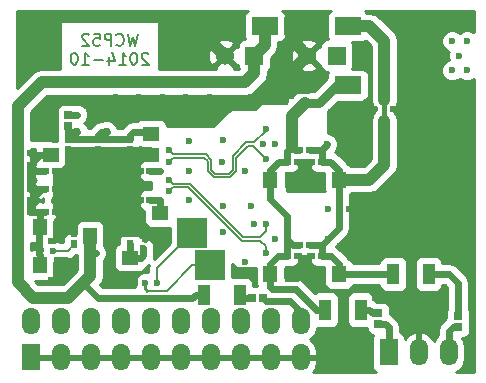
<source format=gbl>
%FSLAX46Y46*%
G04 Gerber Fmt 4.6, Leading zero omitted, Abs format (unit mm)*
G04 Created by KiCad (PCBNEW (2014-10-29 BZR 5235)-product) date 10/30/2014 4:03:03 PM*
%MOMM*%
G01*
G04 APERTURE LIST*
%ADD10C,0.100000*%
%ADD11C,0.200000*%
%ADD12R,1.050000X1.800000*%
%ADD13R,1.524000X1.524000*%
%ADD14C,1.524000*%
%ADD15R,2.300000X1.500000*%
%ADD16R,1.524000X2.286000*%
%ADD17O,1.524000X2.286000*%
%ADD18R,0.650000X0.600000*%
%ADD19R,0.600000X0.650000*%
%ADD20R,1.150000X1.450000*%
%ADD21R,1.450000X1.150000*%
%ADD22R,0.700000X0.650000*%
%ADD23R,0.650000X0.700000*%
%ADD24R,2.500000X2.500000*%
%ADD25C,0.600000*%
%ADD26C,0.600000*%
%ADD27C,1.000000*%
%ADD28C,0.500000*%
%ADD29C,0.599999*%
%ADD30C,0.800000*%
%ADD31C,0.400000*%
%ADD32C,0.141500*%
%ADD33C,0.250000*%
%ADD34C,0.254000*%
G04 APERTURE END LIST*
D10*
D11*
X156380952Y-70652381D02*
X156142857Y-71652381D01*
X155952380Y-70938095D01*
X155761904Y-71652381D01*
X155523809Y-70652381D01*
X154571428Y-71557143D02*
X154619047Y-71604762D01*
X154761904Y-71652381D01*
X154857142Y-71652381D01*
X155000000Y-71604762D01*
X155095238Y-71509524D01*
X155142857Y-71414286D01*
X155190476Y-71223810D01*
X155190476Y-71080952D01*
X155142857Y-70890476D01*
X155095238Y-70795238D01*
X155000000Y-70700000D01*
X154857142Y-70652381D01*
X154761904Y-70652381D01*
X154619047Y-70700000D01*
X154571428Y-70747619D01*
X154142857Y-71652381D02*
X154142857Y-70652381D01*
X153761904Y-70652381D01*
X153666666Y-70700000D01*
X153619047Y-70747619D01*
X153571428Y-70842857D01*
X153571428Y-70985714D01*
X153619047Y-71080952D01*
X153666666Y-71128571D01*
X153761904Y-71176190D01*
X154142857Y-71176190D01*
X152666666Y-70652381D02*
X153142857Y-70652381D01*
X153190476Y-71128571D01*
X153142857Y-71080952D01*
X153047619Y-71033333D01*
X152809523Y-71033333D01*
X152714285Y-71080952D01*
X152666666Y-71128571D01*
X152619047Y-71223810D01*
X152619047Y-71461905D01*
X152666666Y-71557143D01*
X152714285Y-71604762D01*
X152809523Y-71652381D01*
X153047619Y-71652381D01*
X153142857Y-71604762D01*
X153190476Y-71557143D01*
X152238095Y-70747619D02*
X152190476Y-70700000D01*
X152095238Y-70652381D01*
X151857142Y-70652381D01*
X151761904Y-70700000D01*
X151714285Y-70747619D01*
X151666666Y-70842857D01*
X151666666Y-70938095D01*
X151714285Y-71080952D01*
X152285714Y-71652381D01*
X151666666Y-71652381D01*
X157285714Y-72347619D02*
X157238095Y-72300000D01*
X157142857Y-72252381D01*
X156904761Y-72252381D01*
X156809523Y-72300000D01*
X156761904Y-72347619D01*
X156714285Y-72442857D01*
X156714285Y-72538095D01*
X156761904Y-72680952D01*
X157333333Y-73252381D01*
X156714285Y-73252381D01*
X156095238Y-72252381D02*
X155999999Y-72252381D01*
X155904761Y-72300000D01*
X155857142Y-72347619D01*
X155809523Y-72442857D01*
X155761904Y-72633333D01*
X155761904Y-72871429D01*
X155809523Y-73061905D01*
X155857142Y-73157143D01*
X155904761Y-73204762D01*
X155999999Y-73252381D01*
X156095238Y-73252381D01*
X156190476Y-73204762D01*
X156238095Y-73157143D01*
X156285714Y-73061905D01*
X156333333Y-72871429D01*
X156333333Y-72633333D01*
X156285714Y-72442857D01*
X156238095Y-72347619D01*
X156190476Y-72300000D01*
X156095238Y-72252381D01*
X154809523Y-73252381D02*
X155380952Y-73252381D01*
X155095238Y-73252381D02*
X155095238Y-72252381D01*
X155190476Y-72395238D01*
X155285714Y-72490476D01*
X155380952Y-72538095D01*
X153952380Y-72585714D02*
X153952380Y-73252381D01*
X154190476Y-72204762D02*
X154428571Y-72919048D01*
X153809523Y-72919048D01*
X153428571Y-72871429D02*
X152666666Y-72871429D01*
X151666666Y-73252381D02*
X152238095Y-73252381D01*
X151952381Y-73252381D02*
X151952381Y-72252381D01*
X152047619Y-72395238D01*
X152142857Y-72490476D01*
X152238095Y-72538095D01*
X151047619Y-72252381D02*
X150952380Y-72252381D01*
X150857142Y-72300000D01*
X150809523Y-72347619D01*
X150761904Y-72442857D01*
X150714285Y-72633333D01*
X150714285Y-72871429D01*
X150761904Y-73061905D01*
X150809523Y-73157143D01*
X150857142Y-73204762D01*
X150952380Y-73252381D01*
X151047619Y-73252381D01*
X151142857Y-73204762D01*
X151190476Y-73157143D01*
X151238095Y-73061905D01*
X151285714Y-72871429D01*
X151285714Y-72633333D01*
X151238095Y-72442857D01*
X151190476Y-72347619D01*
X151142857Y-72300000D01*
X151047619Y-72252381D01*
D12*
X165000000Y-92750000D03*
X162000000Y-92750000D03*
D13*
X173249680Y-72500000D03*
D14*
X170750320Y-72500000D03*
D15*
X169850000Y-70000000D03*
X174150000Y-70000000D03*
D16*
X177640000Y-97630000D03*
D17*
X180180000Y-97630000D03*
X182720000Y-97630000D03*
X160020000Y-94996000D03*
X162560000Y-94996000D03*
X165100000Y-94996000D03*
X167640000Y-94996000D03*
X167640000Y-98044000D03*
X165100000Y-98044000D03*
X162560000Y-98044000D03*
X160020000Y-98044000D03*
X170180000Y-98044000D03*
X170180000Y-94996000D03*
X157480000Y-94996000D03*
X157480000Y-98044000D03*
D16*
X147320000Y-98044000D03*
D17*
X149860000Y-98044000D03*
X152400000Y-98044000D03*
X154940000Y-98044000D03*
X154940000Y-94996000D03*
X152400000Y-94996000D03*
X149860000Y-94996000D03*
X147320000Y-94996000D03*
D13*
X166249680Y-72500000D03*
D14*
X163750320Y-72500000D03*
D18*
X148550000Y-85750000D03*
X149450000Y-85750000D03*
X148550000Y-83750000D03*
X149450000Y-83750000D03*
X148550000Y-82250000D03*
X149450000Y-82250000D03*
D19*
X150500000Y-79550000D03*
X150500000Y-80450000D03*
X153000000Y-79550000D03*
X153000000Y-80450000D03*
X155750000Y-79550000D03*
X155750000Y-80450000D03*
D18*
X157450000Y-82250000D03*
X156550000Y-82250000D03*
D19*
X151000000Y-88450000D03*
X151000000Y-87550000D03*
D18*
X157450000Y-84750000D03*
X156550000Y-84750000D03*
D19*
X155750000Y-88450000D03*
X155750000Y-87550000D03*
D20*
X148100000Y-87000000D03*
X149900000Y-87000000D03*
D21*
X149000000Y-80900000D03*
X149000000Y-79100000D03*
X155750000Y-89600000D03*
X155750000Y-91400000D03*
X157500000Y-79100000D03*
X157500000Y-80900000D03*
D20*
X152350000Y-87750000D03*
X154150000Y-87750000D03*
D21*
X158250000Y-85850000D03*
X158250000Y-87650000D03*
D20*
X148100000Y-90250000D03*
X149900000Y-90250000D03*
D18*
X170050000Y-80500000D03*
X170950000Y-80500000D03*
X169050000Y-81500000D03*
X169950000Y-81500000D03*
X171050000Y-81500000D03*
X171950000Y-81500000D03*
D20*
X167600000Y-83000000D03*
X169400000Y-83000000D03*
D18*
X170050000Y-88500000D03*
X170950000Y-88500000D03*
X169050000Y-89500000D03*
X169950000Y-89500000D03*
X171050000Y-89500000D03*
X171950000Y-89500000D03*
D20*
X167600000Y-91000000D03*
X169400000Y-91000000D03*
D22*
X150500000Y-78450000D03*
X150500000Y-77550000D03*
X176750000Y-94300000D03*
X176750000Y-95200000D03*
X183500000Y-94550000D03*
X183500000Y-95450000D03*
D23*
X166050000Y-93000000D03*
X166950000Y-93000000D03*
D24*
X161000000Y-87500000D03*
X162500000Y-90250000D03*
D20*
X171600000Y-83000000D03*
X173400000Y-83000000D03*
X171600000Y-91000000D03*
X173400000Y-91000000D03*
D15*
X167150000Y-70000000D03*
X162850000Y-70000000D03*
X174150000Y-75000000D03*
X169850000Y-75000000D03*
D12*
X175250000Y-94000000D03*
X172250000Y-94000000D03*
X181000000Y-91000000D03*
X178000000Y-91000000D03*
D25*
X179000000Y-71000000D03*
X181000000Y-71000000D03*
X181000000Y-70000000D03*
X179000000Y-70000000D03*
X155000000Y-69500000D03*
X152500000Y-69500000D03*
X184000000Y-77500000D03*
X184000000Y-79000000D03*
X184000000Y-80500000D03*
X184000000Y-82000000D03*
X184000000Y-83500000D03*
X184000000Y-85000000D03*
X184000000Y-86500000D03*
X184000000Y-88000000D03*
X184000000Y-89500000D03*
X165500000Y-91000000D03*
X165500000Y-90000000D03*
X149000000Y-88200000D03*
X170500000Y-83750000D03*
X151000000Y-84000000D03*
X153000000Y-82000000D03*
X148000000Y-79000000D03*
X166250000Y-86750000D03*
X182500000Y-93000000D03*
X181000000Y-93000000D03*
X179500000Y-93000000D03*
X178000000Y-93000000D03*
X176500000Y-93000000D03*
X182500000Y-77000000D03*
X181000000Y-77000000D03*
X179500000Y-77000000D03*
X178000000Y-77000000D03*
X176500000Y-77000000D03*
X182500000Y-85000000D03*
X181000000Y-85000000D03*
X179500000Y-85000000D03*
X178000000Y-85000000D03*
X176500000Y-85000000D03*
X151000000Y-82000000D03*
X155000000Y-82000000D03*
X153000000Y-84000000D03*
X151000000Y-86000000D03*
X153000000Y-86000000D03*
X155000000Y-86000000D03*
X155000000Y-84000000D03*
X152000000Y-83000000D03*
X154000000Y-83000000D03*
X152000000Y-85000000D03*
X154000000Y-85000000D03*
X157000000Y-88000000D03*
X170500000Y-91400000D03*
X172500000Y-85500000D03*
X174250000Y-85500000D03*
X172750000Y-77500000D03*
X174000000Y-77500000D03*
X175250000Y-77500000D03*
X150250000Y-69500000D03*
X157750000Y-69500000D03*
X149000000Y-91500000D03*
X162500000Y-78000000D03*
X160500000Y-78000000D03*
X162500000Y-76000000D03*
X154500000Y-76000000D03*
X156500000Y-76000000D03*
X158500000Y-76000000D03*
X160500000Y-76000000D03*
X153750000Y-77500000D03*
X163600000Y-87400000D03*
X163600000Y-79600000D03*
X167000000Y-80000000D03*
X152850021Y-89225114D03*
X149200000Y-89000000D03*
X151250000Y-77500000D03*
X183000000Y-71250000D03*
X184250000Y-71250000D03*
X183600000Y-72500000D03*
X183000000Y-73750000D03*
X184250000Y-73750000D03*
X156854438Y-88808537D03*
X169400000Y-80200000D03*
X169400000Y-80200000D03*
X169250000Y-88250000D03*
X172400000Y-80000000D03*
X172500000Y-88000000D03*
X159000000Y-84000000D03*
X167250000Y-89250000D03*
X159000000Y-83000000D03*
X167250000Y-86750000D03*
X159000000Y-81500000D03*
X167250000Y-81250000D03*
X167250000Y-81250000D03*
X159000000Y-80500000D03*
X167250000Y-78750000D03*
X167250000Y-78750000D03*
X158250000Y-82250000D03*
X153760729Y-78899998D03*
X151250000Y-78899998D03*
X148000000Y-89250000D03*
X158250000Y-84750000D03*
X156500000Y-79000000D03*
X147750000Y-81250000D03*
X147250000Y-81750000D03*
X147250000Y-82750000D03*
X147250000Y-83750000D03*
X147750000Y-84250000D03*
X147250000Y-84750000D03*
X147250000Y-85750000D03*
X147250000Y-80750000D03*
X160700000Y-82248955D03*
X160750000Y-84750000D03*
X160750000Y-79750000D03*
X168000000Y-79999151D03*
X168000000Y-88000846D03*
X166000000Y-85250000D03*
X163600000Y-85200000D03*
X165500000Y-82250000D03*
X163500000Y-81500000D03*
X158000000Y-91750000D03*
X157000000Y-91750000D03*
D26*
X149450000Y-82250000D02*
X150750000Y-82250000D01*
X150750000Y-82250000D02*
X151000000Y-82000000D01*
D27*
X170750320Y-72500000D02*
X169850000Y-73400320D01*
X169850000Y-73400320D02*
X169850000Y-75000000D01*
X169850000Y-70000000D02*
X169850000Y-71599680D01*
X169850000Y-71599680D02*
X170750320Y-72500000D01*
X162850000Y-70000000D02*
X162850000Y-71599680D01*
X162850000Y-71599680D02*
X163750320Y-72500000D01*
D28*
X149400000Y-88200000D02*
X149900000Y-87700000D01*
X149900000Y-87700000D02*
X149900000Y-87000000D01*
X149000000Y-88200000D02*
X149400000Y-88200000D01*
D26*
X170500000Y-81500000D02*
X170500000Y-83000000D01*
X170500000Y-83000000D02*
X170500000Y-83750000D01*
X149450000Y-83750000D02*
X150750000Y-83750000D01*
X150750000Y-83750000D02*
X151000000Y-84000000D01*
X155750000Y-80450000D02*
X155750000Y-81250000D01*
X155750000Y-81250000D02*
X155000000Y-82000000D01*
X153000000Y-80450000D02*
X153000000Y-82000000D01*
X149000000Y-79100000D02*
X148100000Y-79100000D01*
X148100000Y-79100000D02*
X148000000Y-79000000D01*
X156550000Y-82250000D02*
X155250000Y-82250000D01*
X155250000Y-82250000D02*
X155000000Y-82000000D01*
X156550000Y-84750000D02*
X155750000Y-84750000D01*
X155750000Y-84750000D02*
X155000000Y-84000000D01*
X156650000Y-87650000D02*
X156550000Y-87550000D01*
X156550000Y-87550000D02*
X155750000Y-87550000D01*
X158250000Y-87650000D02*
X156650000Y-87650000D01*
X158250000Y-87650000D02*
X157350000Y-87650000D01*
X157350000Y-87650000D02*
X157000000Y-88000000D01*
X155750000Y-87550000D02*
X154350000Y-87550000D01*
X154350000Y-87550000D02*
X154150000Y-87750000D01*
X154500000Y-86000000D02*
X154150000Y-86350000D01*
X154150000Y-86350000D02*
X154150000Y-87750000D01*
X155000000Y-86000000D02*
X154500000Y-86000000D01*
X149900000Y-87000000D02*
X150954187Y-87000000D01*
X151000000Y-86000000D02*
X151000000Y-87550000D01*
X149450000Y-85750000D02*
X150750000Y-85750000D01*
X150750000Y-85750000D02*
X151000000Y-86000000D01*
X149450000Y-83750000D02*
X149450000Y-85750000D01*
X149450000Y-82250000D02*
X149450000Y-83750000D01*
X150500000Y-81750000D02*
X150000000Y-82250000D01*
X150000000Y-82250000D02*
X149450000Y-82250000D01*
X150500000Y-80450000D02*
X150500000Y-81750000D01*
X153000000Y-80450000D02*
X150500000Y-80450000D01*
X155750000Y-80450000D02*
X153000000Y-80450000D01*
X156650000Y-80900000D02*
X156200000Y-80450000D01*
X156200000Y-80450000D02*
X155750000Y-80450000D01*
X157500000Y-80900000D02*
X156650000Y-80900000D01*
X169950000Y-81500000D02*
X170500000Y-81500000D01*
X170500000Y-81500000D02*
X171050000Y-81500000D01*
X169400000Y-83000000D02*
X170500000Y-83000000D01*
X170500000Y-83000000D02*
X171600000Y-83000000D01*
D11*
X170100000Y-91000000D02*
X170500000Y-91400000D01*
X169400000Y-91000000D02*
X170100000Y-91000000D01*
X170900000Y-91000000D02*
X170500000Y-91400000D01*
X171600000Y-91000000D02*
X170900000Y-91000000D01*
X169950000Y-89500000D02*
X170500000Y-90050000D01*
X170500000Y-90050000D02*
X170500000Y-91400000D01*
X171050000Y-89500000D02*
X170500000Y-90050000D01*
D26*
X149900000Y-90250000D02*
X149900000Y-91100000D01*
X149900000Y-91100000D02*
X149500000Y-91500000D01*
X149500000Y-91500000D02*
X149000000Y-91500000D01*
D27*
X150500000Y-93000000D02*
X151905197Y-91594803D01*
D26*
X161275000Y-92750000D02*
X160999992Y-93025008D01*
D27*
X151905197Y-91594803D02*
X152350000Y-91150000D01*
D26*
X162000000Y-92750000D02*
X161275000Y-92750000D01*
X160999992Y-93025008D02*
X153025008Y-93025008D01*
X153025008Y-93025008D02*
X151905197Y-91905197D01*
X151905197Y-91905197D02*
X151905197Y-91594803D01*
D27*
X166249680Y-74000320D02*
X166249680Y-72500000D01*
X165500000Y-74750000D02*
X166249680Y-74000320D01*
X152350000Y-91150000D02*
X152350000Y-89237173D01*
X148250000Y-74750000D02*
X148250000Y-74750000D01*
X148250000Y-74750000D02*
X146200000Y-76800000D01*
X146200000Y-76800000D02*
X146200000Y-91700000D01*
X146200000Y-91700000D02*
X147500000Y-93000000D01*
X147500000Y-93000000D02*
X150500000Y-93000000D01*
X167150000Y-70000000D02*
X167150000Y-71599680D01*
X167150000Y-71599680D02*
X166249680Y-72500000D01*
X152350000Y-87750000D02*
X152350000Y-89237173D01*
D26*
X152850021Y-89225114D02*
X152362059Y-89225114D01*
X152362059Y-89225114D02*
X152350000Y-89237173D01*
D27*
X165500000Y-74750000D02*
X148250000Y-74750000D01*
D26*
X156854438Y-89395562D02*
X156650000Y-89600000D01*
X156650000Y-89600000D02*
X155750000Y-89600000D01*
X156854438Y-88808537D02*
X156854438Y-89395562D01*
X155750000Y-89600000D02*
X155750000Y-88450000D01*
D11*
X149200000Y-89000000D02*
X150450000Y-89000000D01*
X150450000Y-89000000D02*
X151000000Y-88450000D01*
D26*
X150500000Y-77550000D02*
X151200000Y-77550000D01*
X151200000Y-77550000D02*
X151250000Y-77500000D01*
D29*
X177640000Y-95515000D02*
X177325000Y-95200000D01*
X177325000Y-95200000D02*
X176750000Y-95200000D01*
X177640000Y-97630000D02*
X177640000Y-95515000D01*
D30*
X171750000Y-76500000D02*
X173250000Y-75000000D01*
X173250000Y-75000000D02*
X174150000Y-75000000D01*
X170500000Y-76500000D02*
X171750000Y-76500000D01*
D27*
X169400000Y-77600000D02*
X170500000Y-76500000D01*
X169400000Y-80200000D02*
X169400000Y-77600000D01*
D26*
X169750000Y-92250000D02*
X171500000Y-94000000D01*
X171500000Y-94000000D02*
X172250000Y-94000000D01*
X167750000Y-92250000D02*
X169750000Y-92250000D01*
X167750000Y-92250000D02*
X167600000Y-92100000D01*
X167600000Y-83000000D02*
X167600000Y-82200000D01*
X168300000Y-81500000D02*
X169050000Y-81500000D01*
X167600000Y-82200000D02*
X168300000Y-81500000D01*
X169050000Y-80550000D02*
X169400000Y-80200000D01*
X169050000Y-81500000D02*
X169050000Y-80550000D01*
X169700000Y-80500000D02*
X169400000Y-80200000D01*
X170050000Y-80500000D02*
X169700000Y-80500000D01*
X167600000Y-91000000D02*
X167600000Y-90150000D01*
X168250000Y-89500000D02*
X169050000Y-89500000D01*
X167600000Y-90150000D02*
X168250000Y-89500000D01*
X169050000Y-88450000D02*
X169250000Y-88250000D01*
X169050000Y-89500000D02*
X169050000Y-88450000D01*
X169500000Y-88500000D02*
X169250000Y-88250000D01*
X170050000Y-88500000D02*
X169500000Y-88500000D01*
X169050000Y-88450000D02*
X169050000Y-86050000D01*
X167600000Y-84600000D02*
X167600000Y-83000000D01*
X169050000Y-86050000D02*
X167600000Y-84600000D01*
X167600000Y-92100000D02*
X167600000Y-91000000D01*
D29*
X178000000Y-91000000D02*
X173400000Y-91000000D01*
D27*
X177250000Y-81750000D02*
X176000000Y-83000000D01*
X176000000Y-83000000D02*
X173400000Y-83000000D01*
X177250000Y-78000000D02*
X177250000Y-81750000D01*
D31*
X177250000Y-77500000D02*
X177250000Y-78000000D01*
X177250000Y-76250000D02*
X177250000Y-77500000D01*
D27*
X177250000Y-71250000D02*
X177250000Y-76250000D01*
X176000000Y-70000000D02*
X177250000Y-71250000D01*
X174150000Y-70000000D02*
X176000000Y-70000000D01*
D26*
X173400000Y-83000000D02*
X173400000Y-82200000D01*
X172700000Y-81500000D02*
X171950000Y-81500000D01*
X173400000Y-82200000D02*
X172700000Y-81500000D01*
X171950000Y-80450000D02*
X172400000Y-80000000D01*
X171950000Y-81500000D02*
X171950000Y-80450000D01*
X171900000Y-80500000D02*
X171950000Y-80450000D01*
X170950000Y-80500000D02*
X171900000Y-80500000D01*
X173400000Y-91000000D02*
X173400000Y-90150000D01*
X172750000Y-89500000D02*
X171950000Y-89500000D01*
X173400000Y-90150000D02*
X172750000Y-89500000D01*
X171950000Y-88550000D02*
X172500000Y-88000000D01*
X171950000Y-89500000D02*
X171950000Y-88550000D01*
X171900000Y-88500000D02*
X171950000Y-88550000D01*
X170950000Y-88500000D02*
X171900000Y-88500000D01*
X173400000Y-87100000D02*
X173400000Y-83000000D01*
X172500000Y-88000000D02*
X173400000Y-87100000D01*
D29*
X183050000Y-95450000D02*
X182720000Y-95780000D01*
X182720000Y-95780000D02*
X182720000Y-97630000D01*
X183500000Y-95450000D02*
X183050000Y-95450000D01*
D32*
X159350090Y-83649910D02*
X159000000Y-84000000D01*
X160675774Y-83649910D02*
X159350090Y-83649910D01*
X166749910Y-88149910D02*
X165175773Y-88149909D01*
X165175773Y-88149909D02*
X160675774Y-83649910D01*
X167250000Y-88650000D02*
X166749910Y-88149910D01*
X167250000Y-89250000D02*
X167250000Y-88650000D01*
X167250000Y-87350000D02*
X167250000Y-86750000D01*
X166750000Y-87850000D02*
X167250000Y-87350000D01*
X160800000Y-83350000D02*
X165300000Y-87850000D01*
X159350000Y-83350000D02*
X160800000Y-83350000D01*
X165300000Y-87850000D02*
X166750000Y-87850000D01*
X159000000Y-83000000D02*
X159350000Y-83350000D01*
X167250000Y-81250000D02*
X167250000Y-81150000D01*
X164708399Y-81141601D02*
X165700090Y-80149910D01*
X162798120Y-82810000D02*
X164201880Y-82810000D01*
X162290000Y-82301880D02*
X162798120Y-82810000D01*
X162290000Y-81451880D02*
X162290000Y-82301880D01*
X166149910Y-80149910D02*
X167250000Y-81250000D01*
X164708399Y-82303481D02*
X164708399Y-81141601D01*
X164201880Y-82810000D02*
X164708399Y-82303481D01*
X161996521Y-81158401D02*
X162290000Y-81451880D01*
X165700090Y-80149910D02*
X166149910Y-80149910D01*
X159341599Y-81158401D02*
X161996521Y-81158401D01*
X159000000Y-81500000D02*
X159341599Y-81158401D01*
X159000000Y-80500000D02*
X159350000Y-80850000D01*
X159358491Y-80858491D02*
X159000000Y-80500000D01*
X164077744Y-82510000D02*
X162922256Y-82510000D01*
X162591510Y-81329253D02*
X162120747Y-80858491D01*
X164408490Y-82179254D02*
X164077744Y-82510000D01*
X162591510Y-82179254D02*
X162591510Y-81329253D01*
X164408490Y-80979253D02*
X164408490Y-82179254D01*
X162120747Y-80858491D02*
X159358491Y-80858491D01*
X165537744Y-79850000D02*
X164408490Y-80979253D01*
X166250000Y-79850000D02*
X165537744Y-79850000D01*
X162922256Y-82510000D02*
X162591510Y-82179254D01*
X167250000Y-78850000D02*
X166250000Y-79850000D01*
X167250000Y-78750000D02*
X167250000Y-78850000D01*
D26*
X176300000Y-94300000D02*
X176000000Y-94000000D01*
X176000000Y-94000000D02*
X175250000Y-94000000D01*
X176750000Y-94300000D02*
X176300000Y-94300000D01*
D29*
X183500000Y-91750000D02*
X182750000Y-91000000D01*
X182750000Y-91000000D02*
X181000000Y-91000000D01*
X183500000Y-94550000D02*
X183500000Y-91750000D01*
D26*
X158250000Y-82250000D02*
X157450000Y-82250000D01*
X150500000Y-78450000D02*
X150500000Y-79550000D01*
X153000000Y-79550000D02*
X150500000Y-79550000D01*
X155750000Y-79550000D02*
X153000000Y-79550000D01*
X155750000Y-79250000D02*
X156000000Y-79000000D01*
X156000000Y-79000000D02*
X156500000Y-79000000D01*
X155750000Y-79550000D02*
X155750000Y-79250000D01*
X153000000Y-79250000D02*
X153250000Y-79000000D01*
X153250000Y-79000000D02*
X153750000Y-79000000D01*
X153000000Y-79550000D02*
X153000000Y-79250000D01*
X151250000Y-79000000D02*
X150517811Y-79000000D01*
X149000000Y-80900000D02*
X148100000Y-80900000D01*
X148100000Y-80900000D02*
X147750000Y-81250000D01*
X147250000Y-80750000D02*
X147750000Y-81250000D01*
X147750000Y-81250000D02*
X147250000Y-81750000D01*
X147750000Y-84250000D02*
X148250000Y-83750000D01*
X148250000Y-83750000D02*
X148550000Y-83750000D01*
X147250000Y-83750000D02*
X147250000Y-82750000D01*
X147250000Y-84750000D02*
X147250000Y-85750000D01*
X147250000Y-83750000D02*
X147750000Y-84250000D01*
X147250000Y-84750000D02*
X147750000Y-84250000D01*
X148100000Y-87000000D02*
X148100000Y-85939500D01*
X148550000Y-85750000D02*
X147250000Y-85750000D01*
X148000000Y-89250000D02*
X148000000Y-87100000D01*
X148000000Y-87100000D02*
X148100000Y-87000000D01*
X148100000Y-90250000D02*
X148100000Y-89350000D01*
X148100000Y-89350000D02*
X148000000Y-89250000D01*
X158250000Y-84750000D02*
X158250000Y-85850000D01*
X157450000Y-84750000D02*
X158250000Y-84750000D01*
X157400000Y-79000000D02*
X157500000Y-79100000D01*
X156500000Y-79000000D02*
X157400000Y-79000000D01*
X147288137Y-82250000D02*
X147250000Y-82211863D01*
X148550000Y-82250000D02*
X147288137Y-82250000D01*
X147250000Y-82211863D02*
X147250000Y-81750000D01*
X147250000Y-82750000D02*
X147250000Y-82211863D01*
X166050000Y-93000000D02*
X165250000Y-93000000D01*
X165250000Y-93000000D02*
X165000000Y-92750000D01*
X169250000Y-93250000D02*
X170180000Y-94180000D01*
X170180000Y-94180000D02*
X170180000Y-95250000D01*
X167200000Y-93250000D02*
X169250000Y-93250000D01*
X166950000Y-93000000D02*
X167200000Y-93250000D01*
D11*
X158000000Y-90500000D02*
X158000000Y-91750000D01*
X161000000Y-87500000D02*
X158000000Y-90500000D01*
X161000000Y-90250000D02*
X158850000Y-92400000D01*
X158850000Y-92400000D02*
X157200000Y-92400000D01*
X162500000Y-90250000D02*
X161000000Y-90250000D01*
D33*
X157000000Y-91750000D02*
X157000000Y-92200000D01*
X157000000Y-92200000D02*
X157200000Y-92400000D01*
D34*
G36*
X151215000Y-90679867D02*
X151102631Y-90792237D01*
X150029868Y-91865000D01*
X147970132Y-91865000D01*
X147715132Y-91610000D01*
X148801309Y-91610000D01*
X149034698Y-91513327D01*
X149213327Y-91334699D01*
X149310000Y-91101310D01*
X149310000Y-90848691D01*
X149310000Y-89935096D01*
X149385167Y-89935162D01*
X149728943Y-89793117D01*
X149787161Y-89735000D01*
X150450000Y-89735000D01*
X150450000Y-89734999D01*
X150731272Y-89679051D01*
X150969723Y-89519723D01*
X151079446Y-89410000D01*
X151215000Y-89410000D01*
X151215000Y-90679867D01*
X151215000Y-90679867D01*
G37*
X151215000Y-90679867D02*
X151102631Y-90792237D01*
X150029868Y-91865000D01*
X147970132Y-91865000D01*
X147715132Y-91610000D01*
X148801309Y-91610000D01*
X149034698Y-91513327D01*
X149213327Y-91334699D01*
X149310000Y-91101310D01*
X149310000Y-90848691D01*
X149310000Y-89935096D01*
X149385167Y-89935162D01*
X149728943Y-89793117D01*
X149787161Y-89735000D01*
X150450000Y-89735000D01*
X150450000Y-89734999D01*
X150731272Y-89679051D01*
X150969723Y-89519723D01*
X151079446Y-89410000D01*
X151215000Y-89410000D01*
X151215000Y-90679867D01*
G36*
X159115000Y-88345553D02*
X157721016Y-89739537D01*
X157789438Y-89395562D01*
X157789438Y-88809353D01*
X157789438Y-88808537D01*
X157789600Y-88623370D01*
X157718265Y-88450728D01*
X157647555Y-88279594D01*
X157515583Y-88147392D01*
X157384765Y-88016345D01*
X157041237Y-87873699D01*
X156669271Y-87873375D01*
X156638379Y-87886139D01*
X156588327Y-87765302D01*
X156409699Y-87586673D01*
X156176310Y-87490000D01*
X155923691Y-87490000D01*
X155323691Y-87490000D01*
X155090302Y-87586673D01*
X154911673Y-87765301D01*
X154815000Y-87998690D01*
X154815000Y-88251309D01*
X154815000Y-88424665D01*
X154665302Y-88486673D01*
X154486673Y-88665301D01*
X154390000Y-88898690D01*
X154390000Y-89151309D01*
X154390000Y-90301309D01*
X154486673Y-90534698D01*
X154665301Y-90713327D01*
X154898690Y-90810000D01*
X155151309Y-90810000D01*
X156601309Y-90810000D01*
X156834698Y-90713327D01*
X157013327Y-90534699D01*
X157056028Y-90431607D01*
X157311145Y-90261145D01*
X157312851Y-90259438D01*
X157265000Y-90500000D01*
X157265000Y-90847634D01*
X157186799Y-90815162D01*
X156814833Y-90814838D01*
X156471057Y-90956883D01*
X156207808Y-91219673D01*
X156065162Y-91563201D01*
X156064838Y-91935167D01*
X156128816Y-92090008D01*
X153412297Y-92090008D01*
X153201548Y-91879258D01*
X153398603Y-91584346D01*
X153484999Y-91150000D01*
X153485000Y-91150000D01*
X153485000Y-89912379D01*
X153511166Y-89886259D01*
X153642213Y-89755441D01*
X153713848Y-89582923D01*
X153784859Y-89411913D01*
X153785021Y-89225114D01*
X153785183Y-89039947D01*
X153713848Y-88867305D01*
X153643138Y-88696171D01*
X153556610Y-88609492D01*
X153560000Y-88601310D01*
X153560000Y-88348691D01*
X153560000Y-86898691D01*
X153463327Y-86665302D01*
X153284699Y-86486673D01*
X153051310Y-86390000D01*
X152798691Y-86390000D01*
X151648691Y-86390000D01*
X151415302Y-86486673D01*
X151236673Y-86665301D01*
X151140000Y-86898690D01*
X151140000Y-87151309D01*
X151140000Y-87490000D01*
X150573691Y-87490000D01*
X150340302Y-87586673D01*
X150161673Y-87765301D01*
X150065000Y-87998690D01*
X150065000Y-88251309D01*
X150065000Y-88265000D01*
X149787419Y-88265000D01*
X149730327Y-88207808D01*
X149386799Y-88065162D01*
X149221479Y-88065017D01*
X149310000Y-87851310D01*
X149310000Y-87598691D01*
X149310000Y-86513025D01*
X149413327Y-86409699D01*
X149510000Y-86176310D01*
X149510000Y-85923691D01*
X149510000Y-85323691D01*
X149413327Y-85090302D01*
X149234699Y-84911673D01*
X149135000Y-84870376D01*
X149135000Y-84629623D01*
X149234698Y-84588327D01*
X149413327Y-84409699D01*
X149510000Y-84176310D01*
X149510000Y-83923691D01*
X149510000Y-83323691D01*
X149413327Y-83090302D01*
X149323025Y-82999999D01*
X149413327Y-82909699D01*
X149510000Y-82676310D01*
X149510000Y-82423691D01*
X149510000Y-82110000D01*
X149851309Y-82110000D01*
X150084698Y-82013327D01*
X150263327Y-81834699D01*
X150360000Y-81601310D01*
X150360000Y-81348691D01*
X150360000Y-80510000D01*
X150926309Y-80510000D01*
X150986664Y-80485000D01*
X152513334Y-80485000D01*
X152573690Y-80510000D01*
X152826309Y-80510000D01*
X153426309Y-80510000D01*
X153486664Y-80485000D01*
X155263334Y-80485000D01*
X155323690Y-80510000D01*
X155576309Y-80510000D01*
X156176309Y-80510000D01*
X156409698Y-80413327D01*
X156552760Y-80270264D01*
X156648690Y-80310000D01*
X156901309Y-80310000D01*
X157492000Y-80310000D01*
X157492000Y-81315000D01*
X157450000Y-81315000D01*
X156998691Y-81315000D01*
X156765302Y-81411673D01*
X156586673Y-81590301D01*
X156490000Y-81823690D01*
X156490000Y-82076309D01*
X156490000Y-82676309D01*
X156586673Y-82909698D01*
X156765301Y-83088327D01*
X156998690Y-83185000D01*
X157251309Y-83185000D01*
X157450000Y-83185000D01*
X157492000Y-83185000D01*
X157492000Y-83815000D01*
X157450000Y-83815000D01*
X156998691Y-83815000D01*
X156765302Y-83911673D01*
X156586673Y-84090301D01*
X156490000Y-84323690D01*
X156490000Y-84576309D01*
X156490000Y-85176309D01*
X156586673Y-85409698D01*
X156765301Y-85588327D01*
X156890000Y-85639979D01*
X156890000Y-86551309D01*
X156986673Y-86784698D01*
X157165301Y-86963327D01*
X157398690Y-87060000D01*
X157651309Y-87060000D01*
X159101309Y-87060000D01*
X159115000Y-87054328D01*
X159115000Y-88345553D01*
X159115000Y-88345553D01*
G37*
X159115000Y-88345553D02*
X157721016Y-89739537D01*
X157789438Y-89395562D01*
X157789438Y-88809353D01*
X157789438Y-88808537D01*
X157789600Y-88623370D01*
X157718265Y-88450728D01*
X157647555Y-88279594D01*
X157515583Y-88147392D01*
X157384765Y-88016345D01*
X157041237Y-87873699D01*
X156669271Y-87873375D01*
X156638379Y-87886139D01*
X156588327Y-87765302D01*
X156409699Y-87586673D01*
X156176310Y-87490000D01*
X155923691Y-87490000D01*
X155323691Y-87490000D01*
X155090302Y-87586673D01*
X154911673Y-87765301D01*
X154815000Y-87998690D01*
X154815000Y-88251309D01*
X154815000Y-88424665D01*
X154665302Y-88486673D01*
X154486673Y-88665301D01*
X154390000Y-88898690D01*
X154390000Y-89151309D01*
X154390000Y-90301309D01*
X154486673Y-90534698D01*
X154665301Y-90713327D01*
X154898690Y-90810000D01*
X155151309Y-90810000D01*
X156601309Y-90810000D01*
X156834698Y-90713327D01*
X157013327Y-90534699D01*
X157056028Y-90431607D01*
X157311145Y-90261145D01*
X157312851Y-90259438D01*
X157265000Y-90500000D01*
X157265000Y-90847634D01*
X157186799Y-90815162D01*
X156814833Y-90814838D01*
X156471057Y-90956883D01*
X156207808Y-91219673D01*
X156065162Y-91563201D01*
X156064838Y-91935167D01*
X156128816Y-92090008D01*
X153412297Y-92090008D01*
X153201548Y-91879258D01*
X153398603Y-91584346D01*
X153484999Y-91150000D01*
X153485000Y-91150000D01*
X153485000Y-89912379D01*
X153511166Y-89886259D01*
X153642213Y-89755441D01*
X153713848Y-89582923D01*
X153784859Y-89411913D01*
X153785021Y-89225114D01*
X153785183Y-89039947D01*
X153713848Y-88867305D01*
X153643138Y-88696171D01*
X153556610Y-88609492D01*
X153560000Y-88601310D01*
X153560000Y-88348691D01*
X153560000Y-86898691D01*
X153463327Y-86665302D01*
X153284699Y-86486673D01*
X153051310Y-86390000D01*
X152798691Y-86390000D01*
X151648691Y-86390000D01*
X151415302Y-86486673D01*
X151236673Y-86665301D01*
X151140000Y-86898690D01*
X151140000Y-87151309D01*
X151140000Y-87490000D01*
X150573691Y-87490000D01*
X150340302Y-87586673D01*
X150161673Y-87765301D01*
X150065000Y-87998690D01*
X150065000Y-88251309D01*
X150065000Y-88265000D01*
X149787419Y-88265000D01*
X149730327Y-88207808D01*
X149386799Y-88065162D01*
X149221479Y-88065017D01*
X149310000Y-87851310D01*
X149310000Y-87598691D01*
X149310000Y-86513025D01*
X149413327Y-86409699D01*
X149510000Y-86176310D01*
X149510000Y-85923691D01*
X149510000Y-85323691D01*
X149413327Y-85090302D01*
X149234699Y-84911673D01*
X149135000Y-84870376D01*
X149135000Y-84629623D01*
X149234698Y-84588327D01*
X149413327Y-84409699D01*
X149510000Y-84176310D01*
X149510000Y-83923691D01*
X149510000Y-83323691D01*
X149413327Y-83090302D01*
X149323025Y-82999999D01*
X149413327Y-82909699D01*
X149510000Y-82676310D01*
X149510000Y-82423691D01*
X149510000Y-82110000D01*
X149851309Y-82110000D01*
X150084698Y-82013327D01*
X150263327Y-81834699D01*
X150360000Y-81601310D01*
X150360000Y-81348691D01*
X150360000Y-80510000D01*
X150926309Y-80510000D01*
X150986664Y-80485000D01*
X152513334Y-80485000D01*
X152573690Y-80510000D01*
X152826309Y-80510000D01*
X153426309Y-80510000D01*
X153486664Y-80485000D01*
X155263334Y-80485000D01*
X155323690Y-80510000D01*
X155576309Y-80510000D01*
X156176309Y-80510000D01*
X156409698Y-80413327D01*
X156552760Y-80270264D01*
X156648690Y-80310000D01*
X156901309Y-80310000D01*
X157492000Y-80310000D01*
X157492000Y-81315000D01*
X157450000Y-81315000D01*
X156998691Y-81315000D01*
X156765302Y-81411673D01*
X156586673Y-81590301D01*
X156490000Y-81823690D01*
X156490000Y-82076309D01*
X156490000Y-82676309D01*
X156586673Y-82909698D01*
X156765301Y-83088327D01*
X156998690Y-83185000D01*
X157251309Y-83185000D01*
X157450000Y-83185000D01*
X157492000Y-83185000D01*
X157492000Y-83815000D01*
X157450000Y-83815000D01*
X156998691Y-83815000D01*
X156765302Y-83911673D01*
X156586673Y-84090301D01*
X156490000Y-84323690D01*
X156490000Y-84576309D01*
X156490000Y-85176309D01*
X156586673Y-85409698D01*
X156765301Y-85588327D01*
X156890000Y-85639979D01*
X156890000Y-86551309D01*
X156986673Y-86784698D01*
X157165301Y-86963327D01*
X157398690Y-87060000D01*
X157651309Y-87060000D01*
X159101309Y-87060000D01*
X159115000Y-87054328D01*
X159115000Y-88345553D01*
G36*
X165704696Y-68685000D02*
X165640302Y-68711673D01*
X165461673Y-68890301D01*
X165365000Y-69123690D01*
X165365000Y-69376309D01*
X165365000Y-70876309D01*
X165458898Y-71103000D01*
X165361371Y-71103000D01*
X165127982Y-71199673D01*
X164949353Y-71378301D01*
X164852680Y-71611690D01*
X164852680Y-71734427D01*
X164730533Y-71699392D01*
X164550928Y-71878997D01*
X164550928Y-71519787D01*
X164481463Y-71277603D01*
X163958018Y-71090856D01*
X163402952Y-71118638D01*
X163019177Y-71277603D01*
X162949712Y-71519787D01*
X163750320Y-72320395D01*
X164550928Y-71519787D01*
X164550928Y-71878997D01*
X163929925Y-72500000D01*
X164730533Y-73300608D01*
X164852680Y-73265572D01*
X164852680Y-73388309D01*
X164946578Y-73615000D01*
X164512267Y-73615000D01*
X164550928Y-73480213D01*
X163750320Y-72679605D01*
X163570715Y-72859210D01*
X163570715Y-72500000D01*
X162770107Y-71699392D01*
X162527923Y-71768857D01*
X162341176Y-72292302D01*
X162368958Y-72847368D01*
X162527923Y-73231143D01*
X162770107Y-73300608D01*
X163570715Y-72500000D01*
X163570715Y-72859210D01*
X162949712Y-73480213D01*
X162988372Y-73615000D01*
X158211191Y-73615000D01*
X158211191Y-69565000D01*
X149788810Y-69565000D01*
X149788810Y-73615000D01*
X148250000Y-73615000D01*
X147815654Y-73701397D01*
X147447434Y-73947434D01*
X146185000Y-75209868D01*
X146185000Y-68685000D01*
X165704696Y-68685000D01*
X165704696Y-68685000D01*
G37*
X165704696Y-68685000D02*
X165640302Y-68711673D01*
X165461673Y-68890301D01*
X165365000Y-69123690D01*
X165365000Y-69376309D01*
X165365000Y-70876309D01*
X165458898Y-71103000D01*
X165361371Y-71103000D01*
X165127982Y-71199673D01*
X164949353Y-71378301D01*
X164852680Y-71611690D01*
X164852680Y-71734427D01*
X164730533Y-71699392D01*
X164550928Y-71878997D01*
X164550928Y-71519787D01*
X164481463Y-71277603D01*
X163958018Y-71090856D01*
X163402952Y-71118638D01*
X163019177Y-71277603D01*
X162949712Y-71519787D01*
X163750320Y-72320395D01*
X164550928Y-71519787D01*
X164550928Y-71878997D01*
X163929925Y-72500000D01*
X164730533Y-73300608D01*
X164852680Y-73265572D01*
X164852680Y-73388309D01*
X164946578Y-73615000D01*
X164512267Y-73615000D01*
X164550928Y-73480213D01*
X163750320Y-72679605D01*
X163570715Y-72859210D01*
X163570715Y-72500000D01*
X162770107Y-71699392D01*
X162527923Y-71768857D01*
X162341176Y-72292302D01*
X162368958Y-72847368D01*
X162527923Y-73231143D01*
X162770107Y-73300608D01*
X163570715Y-72500000D01*
X163570715Y-72859210D01*
X162949712Y-73480213D01*
X162988372Y-73615000D01*
X158211191Y-73615000D01*
X158211191Y-69565000D01*
X149788810Y-69565000D01*
X149788810Y-73615000D01*
X148250000Y-73615000D01*
X147815654Y-73701397D01*
X147447434Y-73947434D01*
X146185000Y-75209868D01*
X146185000Y-68685000D01*
X165704696Y-68685000D01*
G36*
X166457803Y-92015000D02*
X166248691Y-92015000D01*
X166160000Y-92015000D01*
X166160000Y-91723691D01*
X166063327Y-91490302D01*
X165884699Y-91311673D01*
X165651310Y-91215000D01*
X165398691Y-91215000D01*
X164385000Y-91215000D01*
X164385000Y-90103420D01*
X164789580Y-90508000D01*
X166390000Y-90508000D01*
X166390000Y-91851309D01*
X166457803Y-92015000D01*
X166457803Y-92015000D01*
G37*
X166457803Y-92015000D02*
X166248691Y-92015000D01*
X166160000Y-92015000D01*
X166160000Y-91723691D01*
X166063327Y-91490302D01*
X165884699Y-91311673D01*
X165651310Y-91215000D01*
X165398691Y-91215000D01*
X164385000Y-91215000D01*
X164385000Y-90103420D01*
X164789580Y-90508000D01*
X166390000Y-90508000D01*
X166390000Y-91851309D01*
X166457803Y-92015000D01*
G36*
X172248276Y-83992000D02*
X169008000Y-83992000D01*
X169008000Y-83000000D01*
X169008000Y-82435000D01*
X169050000Y-82435000D01*
X169501309Y-82435000D01*
X169734698Y-82338327D01*
X169913327Y-82159699D01*
X170010000Y-81926310D01*
X170010000Y-81673691D01*
X170010000Y-81435000D01*
X170050000Y-81435000D01*
X170498690Y-81435000D01*
X170501309Y-81435000D01*
X170751309Y-81435000D01*
X170950000Y-81435000D01*
X170990000Y-81435000D01*
X170990000Y-81926309D01*
X171086673Y-82159698D01*
X171265301Y-82338327D01*
X171498690Y-82435000D01*
X171751309Y-82435000D01*
X171950000Y-82435000D01*
X172190000Y-82435000D01*
X172190000Y-83851309D01*
X172248276Y-83992000D01*
X172248276Y-83992000D01*
G37*
X172248276Y-83992000D02*
X169008000Y-83992000D01*
X169008000Y-83000000D01*
X169008000Y-82435000D01*
X169050000Y-82435000D01*
X169501309Y-82435000D01*
X169734698Y-82338327D01*
X169913327Y-82159699D01*
X170010000Y-81926310D01*
X170010000Y-81673691D01*
X170010000Y-81435000D01*
X170050000Y-81435000D01*
X170498690Y-81435000D01*
X170501309Y-81435000D01*
X170751309Y-81435000D01*
X170950000Y-81435000D01*
X170990000Y-81435000D01*
X170990000Y-81926309D01*
X171086673Y-82159698D01*
X171265301Y-82338327D01*
X171498690Y-82435000D01*
X171751309Y-82435000D01*
X171950000Y-82435000D01*
X172190000Y-82435000D01*
X172190000Y-83851309D01*
X172248276Y-83992000D01*
G36*
X172704696Y-68685000D02*
X172640302Y-68711673D01*
X172461673Y-68890301D01*
X172365000Y-69123690D01*
X172365000Y-69376309D01*
X172365000Y-70876309D01*
X172458898Y-71103000D01*
X172361371Y-71103000D01*
X172127982Y-71199673D01*
X171949353Y-71378301D01*
X171852680Y-71611690D01*
X171852680Y-71734427D01*
X171730533Y-71699392D01*
X171550928Y-71878997D01*
X171550928Y-71519787D01*
X171481463Y-71277603D01*
X170958018Y-71090856D01*
X170402952Y-71118638D01*
X170019177Y-71277603D01*
X169949712Y-71519787D01*
X170750320Y-72320395D01*
X171550928Y-71519787D01*
X171550928Y-71878997D01*
X170929925Y-72500000D01*
X171730533Y-73300608D01*
X171852680Y-73265572D01*
X171852680Y-73388309D01*
X171949353Y-73621698D01*
X172127981Y-73800327D01*
X172361370Y-73897000D01*
X172458898Y-73897000D01*
X172365000Y-74123690D01*
X172365000Y-74376309D01*
X172365000Y-74421288D01*
X171550928Y-75235360D01*
X171550928Y-73480213D01*
X170750320Y-72679605D01*
X170570715Y-72859210D01*
X170570715Y-72500000D01*
X169770107Y-71699392D01*
X169527923Y-71768857D01*
X169341176Y-72292302D01*
X169368958Y-72847368D01*
X169527923Y-73231143D01*
X169770107Y-73300608D01*
X170570715Y-72500000D01*
X170570715Y-72859210D01*
X169949712Y-73480213D01*
X170019177Y-73722397D01*
X170542622Y-73909144D01*
X171097688Y-73881362D01*
X171481463Y-73722397D01*
X171550928Y-73480213D01*
X171550928Y-75235360D01*
X171321288Y-75465000D01*
X170954703Y-75465000D01*
X170934345Y-75451397D01*
X170500000Y-75365000D01*
X170065655Y-75451397D01*
X169697434Y-75697434D01*
X169402868Y-75992000D01*
X168992000Y-75992000D01*
X168992000Y-76402868D01*
X168902868Y-76492000D01*
X166789580Y-76492000D01*
X166289580Y-76992000D01*
X164289580Y-76992000D01*
X162789580Y-78492000D01*
X158860000Y-78492000D01*
X158860000Y-78398691D01*
X158763327Y-78165302D01*
X158584699Y-77986673D01*
X158351310Y-77890000D01*
X158098691Y-77890000D01*
X156648691Y-77890000D01*
X156415302Y-77986673D01*
X156337117Y-78064857D01*
X156314833Y-78064838D01*
X156314440Y-78065000D01*
X156000000Y-78065000D01*
X155642191Y-78136173D01*
X155338855Y-78338855D01*
X155088855Y-78588855D01*
X155071385Y-78615000D01*
X154654641Y-78615000D01*
X154553846Y-78371055D01*
X154291056Y-78107806D01*
X153947528Y-77965160D01*
X153575562Y-77964836D01*
X153333146Y-78065000D01*
X153250000Y-78065000D01*
X152892191Y-78136173D01*
X152588855Y-78338855D01*
X152338855Y-78588855D01*
X152321385Y-78615000D01*
X152143912Y-78615000D01*
X152043117Y-78371055D01*
X151872325Y-78199964D01*
X151910854Y-78161435D01*
X151911145Y-78161145D01*
X152042192Y-78030327D01*
X152113827Y-77857809D01*
X152184838Y-77686799D01*
X152185000Y-77500000D01*
X152185162Y-77314833D01*
X152113827Y-77142191D01*
X152043117Y-76971057D01*
X151911145Y-76838855D01*
X151780327Y-76707808D01*
X151436799Y-76565162D01*
X151064833Y-76564838D01*
X150990105Y-76595714D01*
X150976310Y-76590000D01*
X150723691Y-76590000D01*
X150023691Y-76590000D01*
X149790302Y-76686673D01*
X149611673Y-76865301D01*
X149515000Y-77098690D01*
X149515000Y-77351309D01*
X149515000Y-77998690D01*
X149515000Y-78001309D01*
X149515000Y-78251309D01*
X149515000Y-78901309D01*
X149565000Y-79022019D01*
X149565000Y-79098690D01*
X149565000Y-79351309D01*
X149565000Y-79550000D01*
X149565000Y-79690000D01*
X149135000Y-79690000D01*
X149135000Y-79615000D01*
X147335000Y-79615000D01*
X147335000Y-77270132D01*
X148720132Y-75885000D01*
X165500000Y-75885000D01*
X165934345Y-75798603D01*
X165934346Y-75798603D01*
X166302566Y-75552566D01*
X167052246Y-74802886D01*
X167298283Y-74434666D01*
X167298284Y-74434665D01*
X167384680Y-74000320D01*
X167384680Y-73787025D01*
X167550007Y-73621699D01*
X167646680Y-73388310D01*
X167646680Y-73135691D01*
X167646680Y-72708132D01*
X167952566Y-72402246D01*
X168198603Y-72034026D01*
X168198603Y-72034025D01*
X168285000Y-71599680D01*
X168285000Y-71385000D01*
X168426309Y-71385000D01*
X168659698Y-71288327D01*
X168838327Y-71109699D01*
X168935000Y-70876310D01*
X168935000Y-70623691D01*
X168935000Y-69123691D01*
X168838327Y-68890302D01*
X168659699Y-68711673D01*
X168595304Y-68685000D01*
X172704696Y-68685000D01*
X172704696Y-68685000D01*
G37*
X172704696Y-68685000D02*
X172640302Y-68711673D01*
X172461673Y-68890301D01*
X172365000Y-69123690D01*
X172365000Y-69376309D01*
X172365000Y-70876309D01*
X172458898Y-71103000D01*
X172361371Y-71103000D01*
X172127982Y-71199673D01*
X171949353Y-71378301D01*
X171852680Y-71611690D01*
X171852680Y-71734427D01*
X171730533Y-71699392D01*
X171550928Y-71878997D01*
X171550928Y-71519787D01*
X171481463Y-71277603D01*
X170958018Y-71090856D01*
X170402952Y-71118638D01*
X170019177Y-71277603D01*
X169949712Y-71519787D01*
X170750320Y-72320395D01*
X171550928Y-71519787D01*
X171550928Y-71878997D01*
X170929925Y-72500000D01*
X171730533Y-73300608D01*
X171852680Y-73265572D01*
X171852680Y-73388309D01*
X171949353Y-73621698D01*
X172127981Y-73800327D01*
X172361370Y-73897000D01*
X172458898Y-73897000D01*
X172365000Y-74123690D01*
X172365000Y-74376309D01*
X172365000Y-74421288D01*
X171550928Y-75235360D01*
X171550928Y-73480213D01*
X170750320Y-72679605D01*
X170570715Y-72859210D01*
X170570715Y-72500000D01*
X169770107Y-71699392D01*
X169527923Y-71768857D01*
X169341176Y-72292302D01*
X169368958Y-72847368D01*
X169527923Y-73231143D01*
X169770107Y-73300608D01*
X170570715Y-72500000D01*
X170570715Y-72859210D01*
X169949712Y-73480213D01*
X170019177Y-73722397D01*
X170542622Y-73909144D01*
X171097688Y-73881362D01*
X171481463Y-73722397D01*
X171550928Y-73480213D01*
X171550928Y-75235360D01*
X171321288Y-75465000D01*
X170954703Y-75465000D01*
X170934345Y-75451397D01*
X170500000Y-75365000D01*
X170065655Y-75451397D01*
X169697434Y-75697434D01*
X169402868Y-75992000D01*
X168992000Y-75992000D01*
X168992000Y-76402868D01*
X168902868Y-76492000D01*
X166789580Y-76492000D01*
X166289580Y-76992000D01*
X164289580Y-76992000D01*
X162789580Y-78492000D01*
X158860000Y-78492000D01*
X158860000Y-78398691D01*
X158763327Y-78165302D01*
X158584699Y-77986673D01*
X158351310Y-77890000D01*
X158098691Y-77890000D01*
X156648691Y-77890000D01*
X156415302Y-77986673D01*
X156337117Y-78064857D01*
X156314833Y-78064838D01*
X156314440Y-78065000D01*
X156000000Y-78065000D01*
X155642191Y-78136173D01*
X155338855Y-78338855D01*
X155088855Y-78588855D01*
X155071385Y-78615000D01*
X154654641Y-78615000D01*
X154553846Y-78371055D01*
X154291056Y-78107806D01*
X153947528Y-77965160D01*
X153575562Y-77964836D01*
X153333146Y-78065000D01*
X153250000Y-78065000D01*
X152892191Y-78136173D01*
X152588855Y-78338855D01*
X152338855Y-78588855D01*
X152321385Y-78615000D01*
X152143912Y-78615000D01*
X152043117Y-78371055D01*
X151872325Y-78199964D01*
X151910854Y-78161435D01*
X151911145Y-78161145D01*
X152042192Y-78030327D01*
X152113827Y-77857809D01*
X152184838Y-77686799D01*
X152185000Y-77500000D01*
X152185162Y-77314833D01*
X152113827Y-77142191D01*
X152043117Y-76971057D01*
X151911145Y-76838855D01*
X151780327Y-76707808D01*
X151436799Y-76565162D01*
X151064833Y-76564838D01*
X150990105Y-76595714D01*
X150976310Y-76590000D01*
X150723691Y-76590000D01*
X150023691Y-76590000D01*
X149790302Y-76686673D01*
X149611673Y-76865301D01*
X149515000Y-77098690D01*
X149515000Y-77351309D01*
X149515000Y-77998690D01*
X149515000Y-78001309D01*
X149515000Y-78251309D01*
X149515000Y-78901309D01*
X149565000Y-79022019D01*
X149565000Y-79098690D01*
X149565000Y-79351309D01*
X149565000Y-79550000D01*
X149565000Y-79690000D01*
X149135000Y-79690000D01*
X149135000Y-79615000D01*
X147335000Y-79615000D01*
X147335000Y-77270132D01*
X148720132Y-75885000D01*
X165500000Y-75885000D01*
X165934345Y-75798603D01*
X165934346Y-75798603D01*
X166302566Y-75552566D01*
X167052246Y-74802886D01*
X167298283Y-74434666D01*
X167298284Y-74434665D01*
X167384680Y-74000320D01*
X167384680Y-73787025D01*
X167550007Y-73621699D01*
X167646680Y-73388310D01*
X167646680Y-73135691D01*
X167646680Y-72708132D01*
X167952566Y-72402246D01*
X168198603Y-72034026D01*
X168198603Y-72034025D01*
X168285000Y-71599680D01*
X168285000Y-71385000D01*
X168426309Y-71385000D01*
X168659698Y-71288327D01*
X168838327Y-71109699D01*
X168935000Y-70876310D01*
X168935000Y-70623691D01*
X168935000Y-69123691D01*
X168838327Y-68890302D01*
X168659699Y-68711673D01*
X168595304Y-68685000D01*
X172704696Y-68685000D01*
G36*
X176415000Y-77245974D02*
X176201397Y-77565654D01*
X176115000Y-78000000D01*
X176115000Y-81279868D01*
X175529868Y-81865000D01*
X174463025Y-81865000D01*
X174334699Y-81736673D01*
X174139219Y-81655702D01*
X174061145Y-81538855D01*
X174061141Y-81538852D01*
X173361145Y-80838855D01*
X173074792Y-80647521D01*
X173192192Y-80530327D01*
X173263827Y-80357809D01*
X173334838Y-80186799D01*
X173335000Y-80000000D01*
X173335162Y-79814833D01*
X173263827Y-79642191D01*
X173193117Y-79471057D01*
X173061145Y-79338855D01*
X172930327Y-79207808D01*
X172586799Y-79065162D01*
X172508000Y-79065093D01*
X172508000Y-77205711D01*
X173328711Y-76385000D01*
X175426309Y-76385000D01*
X175659698Y-76288327D01*
X175838327Y-76109699D01*
X175935000Y-75876310D01*
X175935000Y-75623691D01*
X175935000Y-74123691D01*
X175838327Y-73890302D01*
X175659699Y-73711673D01*
X175426310Y-73615000D01*
X175173691Y-73615000D01*
X174552781Y-73615000D01*
X174646680Y-73388310D01*
X174646680Y-73135691D01*
X174646680Y-71611691D01*
X174552781Y-71385000D01*
X175426309Y-71385000D01*
X175659698Y-71288327D01*
X175671446Y-71276578D01*
X176115000Y-71720132D01*
X176115000Y-76250000D01*
X176201397Y-76684346D01*
X176415000Y-77004025D01*
X176415000Y-77245974D01*
X176415000Y-77245974D01*
G37*
X176415000Y-77245974D02*
X176201397Y-77565654D01*
X176115000Y-78000000D01*
X176115000Y-81279868D01*
X175529868Y-81865000D01*
X174463025Y-81865000D01*
X174334699Y-81736673D01*
X174139219Y-81655702D01*
X174061145Y-81538855D01*
X174061141Y-81538852D01*
X173361145Y-80838855D01*
X173074792Y-80647521D01*
X173192192Y-80530327D01*
X173263827Y-80357809D01*
X173334838Y-80186799D01*
X173335000Y-80000000D01*
X173335162Y-79814833D01*
X173263827Y-79642191D01*
X173193117Y-79471057D01*
X173061145Y-79338855D01*
X172930327Y-79207808D01*
X172586799Y-79065162D01*
X172508000Y-79065093D01*
X172508000Y-77205711D01*
X173328711Y-76385000D01*
X175426309Y-76385000D01*
X175659698Y-76288327D01*
X175838327Y-76109699D01*
X175935000Y-75876310D01*
X175935000Y-75623691D01*
X175935000Y-74123691D01*
X175838327Y-73890302D01*
X175659699Y-73711673D01*
X175426310Y-73615000D01*
X175173691Y-73615000D01*
X174552781Y-73615000D01*
X174646680Y-73388310D01*
X174646680Y-73135691D01*
X174646680Y-71611691D01*
X174552781Y-71385000D01*
X175426309Y-71385000D01*
X175659698Y-71288327D01*
X175671446Y-71276578D01*
X176115000Y-71720132D01*
X176115000Y-76250000D01*
X176201397Y-76684346D01*
X176415000Y-77004025D01*
X176415000Y-77245974D01*
G36*
X184815000Y-99315000D02*
X183286775Y-99315000D01*
X183707828Y-99033661D01*
X184010660Y-98580442D01*
X184117000Y-98045833D01*
X184117000Y-97214167D01*
X184010660Y-96679558D01*
X183830546Y-96410000D01*
X183976309Y-96410000D01*
X184209698Y-96313327D01*
X184388327Y-96134699D01*
X184485000Y-95901310D01*
X184485000Y-95648691D01*
X184485000Y-95001310D01*
X184485000Y-94998691D01*
X184485000Y-94748691D01*
X184485000Y-94098691D01*
X184434999Y-93977978D01*
X184434999Y-91750000D01*
X184363826Y-91392192D01*
X184363826Y-91392191D01*
X184161144Y-91088856D01*
X183411144Y-90338856D01*
X183107809Y-90136174D01*
X182750000Y-90065001D01*
X182160000Y-90065001D01*
X182160000Y-89973691D01*
X182063327Y-89740302D01*
X181884699Y-89561673D01*
X181651310Y-89465000D01*
X181398691Y-89465000D01*
X180348691Y-89465000D01*
X180115302Y-89561673D01*
X179936673Y-89740301D01*
X179840000Y-89973690D01*
X179840000Y-90226309D01*
X179840000Y-92026309D01*
X179936673Y-92259698D01*
X180115301Y-92438327D01*
X180348690Y-92535000D01*
X180601309Y-92535000D01*
X181651309Y-92535000D01*
X181884698Y-92438327D01*
X182063327Y-92259699D01*
X182160000Y-92026310D01*
X182160000Y-91934999D01*
X182362711Y-91934999D01*
X182565001Y-92137289D01*
X182565001Y-93977977D01*
X182515000Y-94098690D01*
X182515000Y-94351309D01*
X182515000Y-94704569D01*
X182388856Y-94788856D01*
X182058856Y-95118856D01*
X181856174Y-95422191D01*
X181785001Y-95780000D01*
X181785001Y-96191039D01*
X181732172Y-96226339D01*
X181441179Y-96661839D01*
X181422059Y-96597059D01*
X181078026Y-96171370D01*
X180597277Y-95909740D01*
X180523070Y-95894780D01*
X180307000Y-96017280D01*
X180307000Y-97503000D01*
X180327000Y-97503000D01*
X180327000Y-97757000D01*
X180307000Y-97757000D01*
X180307000Y-97777000D01*
X180053000Y-97777000D01*
X180053000Y-97757000D01*
X180033000Y-97757000D01*
X180033000Y-97503000D01*
X180053000Y-97503000D01*
X180053000Y-96017280D01*
X179836930Y-95894780D01*
X179762723Y-95909740D01*
X179281974Y-96171370D01*
X179037000Y-96474488D01*
X179037000Y-96360691D01*
X178940327Y-96127302D01*
X178761699Y-95948673D01*
X178574999Y-95871339D01*
X178574999Y-95515000D01*
X178503826Y-95157192D01*
X178503826Y-95157191D01*
X178301144Y-94853856D01*
X177986144Y-94538856D01*
X177735000Y-94371047D01*
X177735000Y-94371046D01*
X177735000Y-93848691D01*
X177638327Y-93615302D01*
X177459699Y-93436673D01*
X177226310Y-93340000D01*
X176973691Y-93340000D01*
X176662290Y-93340000D01*
X176661145Y-93338855D01*
X176410000Y-93171045D01*
X176410000Y-92973691D01*
X176313327Y-92740302D01*
X176134699Y-92561673D01*
X175901310Y-92465000D01*
X175648691Y-92465000D01*
X174598691Y-92465000D01*
X174365302Y-92561673D01*
X174186673Y-92740301D01*
X174090000Y-92973690D01*
X174090000Y-93226309D01*
X174090000Y-95026309D01*
X174186673Y-95259698D01*
X174365301Y-95438327D01*
X174598690Y-95535000D01*
X174851309Y-95535000D01*
X175765000Y-95535000D01*
X175765000Y-95651309D01*
X175861673Y-95884698D01*
X176040301Y-96063327D01*
X176273690Y-96160000D01*
X176326128Y-96160000D01*
X176243000Y-96360690D01*
X176243000Y-96613309D01*
X176243000Y-98899309D01*
X176339673Y-99132698D01*
X176518301Y-99311327D01*
X176527168Y-99315000D01*
X171229664Y-99315000D01*
X171422059Y-99076941D01*
X171577000Y-98552000D01*
X171577000Y-98171000D01*
X170307000Y-98171000D01*
X170307000Y-98191000D01*
X170053000Y-98191000D01*
X170053000Y-98171000D01*
X169037000Y-98171000D01*
X168783000Y-98171000D01*
X167767000Y-98171000D01*
X167767000Y-98191000D01*
X167513000Y-98191000D01*
X167513000Y-98171000D01*
X166497000Y-98171000D01*
X166243000Y-98171000D01*
X165227000Y-98171000D01*
X165227000Y-98191000D01*
X164973000Y-98191000D01*
X164973000Y-98171000D01*
X163957000Y-98171000D01*
X163703000Y-98171000D01*
X162687000Y-98171000D01*
X162687000Y-98191000D01*
X162433000Y-98191000D01*
X162433000Y-98171000D01*
X161417000Y-98171000D01*
X161163000Y-98171000D01*
X160147000Y-98171000D01*
X160147000Y-98191000D01*
X159893000Y-98191000D01*
X159893000Y-98171000D01*
X158877000Y-98171000D01*
X158623000Y-98171000D01*
X157607000Y-98171000D01*
X157607000Y-98191000D01*
X157353000Y-98191000D01*
X157353000Y-98171000D01*
X156337000Y-98171000D01*
X156083000Y-98171000D01*
X155067000Y-98171000D01*
X155067000Y-98191000D01*
X154813000Y-98191000D01*
X154813000Y-98171000D01*
X153797000Y-98171000D01*
X153543000Y-98171000D01*
X152527000Y-98171000D01*
X152527000Y-98191000D01*
X152273000Y-98191000D01*
X152273000Y-98171000D01*
X151257000Y-98171000D01*
X151003000Y-98171000D01*
X149987000Y-98171000D01*
X149987000Y-98191000D01*
X149733000Y-98191000D01*
X149733000Y-98171000D01*
X148558250Y-98171000D01*
X148463000Y-98171000D01*
X147447000Y-98171000D01*
X147447000Y-98191000D01*
X147193000Y-98191000D01*
X147193000Y-98171000D01*
X147173000Y-98171000D01*
X147173000Y-97917000D01*
X147193000Y-97917000D01*
X147193000Y-97897000D01*
X147447000Y-97897000D01*
X147447000Y-97917000D01*
X148463000Y-97917000D01*
X148558250Y-97917000D01*
X149733000Y-97917000D01*
X149733000Y-97897000D01*
X149987000Y-97897000D01*
X149987000Y-97917000D01*
X151003000Y-97917000D01*
X151257000Y-97917000D01*
X152273000Y-97917000D01*
X152273000Y-97897000D01*
X152527000Y-97897000D01*
X152527000Y-97917000D01*
X153543000Y-97917000D01*
X153797000Y-97917000D01*
X154813000Y-97917000D01*
X154813000Y-97897000D01*
X155067000Y-97897000D01*
X155067000Y-97917000D01*
X156083000Y-97917000D01*
X156337000Y-97917000D01*
X157353000Y-97917000D01*
X157353000Y-97897000D01*
X157607000Y-97897000D01*
X157607000Y-97917000D01*
X158623000Y-97917000D01*
X158877000Y-97917000D01*
X159893000Y-97917000D01*
X159893000Y-97897000D01*
X160147000Y-97897000D01*
X160147000Y-97917000D01*
X161163000Y-97917000D01*
X161417000Y-97917000D01*
X162433000Y-97917000D01*
X162433000Y-97897000D01*
X162687000Y-97897000D01*
X162687000Y-97917000D01*
X163703000Y-97917000D01*
X163957000Y-97917000D01*
X164973000Y-97917000D01*
X164973000Y-97897000D01*
X165227000Y-97897000D01*
X165227000Y-97917000D01*
X166243000Y-97917000D01*
X166497000Y-97917000D01*
X167513000Y-97917000D01*
X167513000Y-97897000D01*
X167767000Y-97897000D01*
X167767000Y-97917000D01*
X168783000Y-97917000D01*
X169037000Y-97917000D01*
X170053000Y-97917000D01*
X170053000Y-97897000D01*
X170307000Y-97897000D01*
X170307000Y-97917000D01*
X171577000Y-97917000D01*
X171577000Y-97536000D01*
X171422059Y-97011059D01*
X171078026Y-96585370D01*
X170974342Y-96528944D01*
X171167828Y-96399661D01*
X171470660Y-95946442D01*
X171556016Y-95517324D01*
X171598690Y-95535000D01*
X171851309Y-95535000D01*
X172901309Y-95535000D01*
X173134698Y-95438327D01*
X173313327Y-95259699D01*
X173410000Y-95026310D01*
X173410000Y-94773691D01*
X173410000Y-92973691D01*
X173313327Y-92740302D01*
X173134699Y-92561673D01*
X172901310Y-92465000D01*
X172648691Y-92465000D01*
X171598691Y-92465000D01*
X171378497Y-92556207D01*
X170411145Y-91588855D01*
X170107809Y-91386173D01*
X169750000Y-91315000D01*
X168810000Y-91315000D01*
X168810000Y-90508000D01*
X169008000Y-90508000D01*
X169008000Y-90435000D01*
X169050000Y-90435000D01*
X169501309Y-90435000D01*
X169734698Y-90338327D01*
X169913327Y-90159699D01*
X170010000Y-89926310D01*
X170010000Y-89673691D01*
X170010000Y-89435000D01*
X170050000Y-89435000D01*
X170498690Y-89435000D01*
X170501309Y-89435000D01*
X170751309Y-89435000D01*
X170950000Y-89435000D01*
X170990000Y-89435000D01*
X170990000Y-89926309D01*
X171086673Y-90159698D01*
X171265301Y-90338327D01*
X171498690Y-90435000D01*
X171751309Y-90435000D01*
X171950000Y-90435000D01*
X172190000Y-90435000D01*
X172190000Y-91851309D01*
X172286673Y-92084698D01*
X172465301Y-92263327D01*
X172698690Y-92360000D01*
X172951309Y-92360000D01*
X174101309Y-92360000D01*
X174334698Y-92263327D01*
X174513327Y-92084699D01*
X174575334Y-91934999D01*
X176840000Y-91934999D01*
X176840000Y-92026309D01*
X176936673Y-92259698D01*
X177115301Y-92438327D01*
X177348690Y-92535000D01*
X177601309Y-92535000D01*
X178651309Y-92535000D01*
X178884698Y-92438327D01*
X179063327Y-92259699D01*
X179160000Y-92026310D01*
X179160000Y-91773691D01*
X179160000Y-89973691D01*
X179063327Y-89740302D01*
X178884699Y-89561673D01*
X178651310Y-89465000D01*
X178398691Y-89465000D01*
X177348691Y-89465000D01*
X177115302Y-89561673D01*
X176936673Y-89740301D01*
X176840000Y-89973690D01*
X176840000Y-90065001D01*
X174575334Y-90065001D01*
X174513327Y-89915302D01*
X174334699Y-89736673D01*
X174185413Y-89674836D01*
X174061145Y-89488855D01*
X173411145Y-88838855D01*
X173154751Y-88667538D01*
X173160854Y-88661435D01*
X173161145Y-88661145D01*
X173292192Y-88530327D01*
X173292354Y-88529935D01*
X174061145Y-87761145D01*
X174263827Y-87457809D01*
X174335000Y-87100000D01*
X174335000Y-84263025D01*
X174463025Y-84135000D01*
X176000000Y-84135000D01*
X176434345Y-84048603D01*
X176434346Y-84048603D01*
X176802566Y-83802566D01*
X178052566Y-82552566D01*
X178298603Y-82184346D01*
X178298603Y-82184345D01*
X178385000Y-81750000D01*
X178385000Y-78000000D01*
X178298603Y-77565654D01*
X178085000Y-77245974D01*
X178085000Y-77004025D01*
X178298603Y-76684346D01*
X178385000Y-76250000D01*
X178385000Y-71250000D01*
X178298603Y-70815655D01*
X178298603Y-70815654D01*
X178052566Y-70447434D01*
X176802566Y-69197434D01*
X176434346Y-68951397D01*
X176000000Y-68865000D01*
X175813025Y-68865000D01*
X175659699Y-68711673D01*
X175595304Y-68685000D01*
X184815000Y-68685000D01*
X184815000Y-70492541D01*
X184780327Y-70457808D01*
X184436799Y-70315162D01*
X184064833Y-70314838D01*
X183721057Y-70456883D01*
X183625063Y-70552709D01*
X183530327Y-70457808D01*
X183186799Y-70315162D01*
X182814833Y-70314838D01*
X182471057Y-70456883D01*
X182207808Y-70719673D01*
X182065162Y-71063201D01*
X182064838Y-71435167D01*
X182206883Y-71778943D01*
X182469673Y-72042192D01*
X182732395Y-72151284D01*
X182665162Y-72313201D01*
X182664838Y-72685167D01*
X182732477Y-72848866D01*
X182471057Y-72956883D01*
X182207808Y-73219673D01*
X182065162Y-73563201D01*
X182064838Y-73935167D01*
X182206883Y-74278943D01*
X182469673Y-74542192D01*
X182813201Y-74684838D01*
X183185167Y-74685162D01*
X183528943Y-74543117D01*
X183624936Y-74447290D01*
X183719673Y-74542192D01*
X184063201Y-74684838D01*
X184435167Y-74685162D01*
X184778943Y-74543117D01*
X184815000Y-74507122D01*
X184815000Y-99315000D01*
X184815000Y-99315000D01*
G37*
X184815000Y-99315000D02*
X183286775Y-99315000D01*
X183707828Y-99033661D01*
X184010660Y-98580442D01*
X184117000Y-98045833D01*
X184117000Y-97214167D01*
X184010660Y-96679558D01*
X183830546Y-96410000D01*
X183976309Y-96410000D01*
X184209698Y-96313327D01*
X184388327Y-96134699D01*
X184485000Y-95901310D01*
X184485000Y-95648691D01*
X184485000Y-95001310D01*
X184485000Y-94998691D01*
X184485000Y-94748691D01*
X184485000Y-94098691D01*
X184434999Y-93977978D01*
X184434999Y-91750000D01*
X184363826Y-91392192D01*
X184363826Y-91392191D01*
X184161144Y-91088856D01*
X183411144Y-90338856D01*
X183107809Y-90136174D01*
X182750000Y-90065001D01*
X182160000Y-90065001D01*
X182160000Y-89973691D01*
X182063327Y-89740302D01*
X181884699Y-89561673D01*
X181651310Y-89465000D01*
X181398691Y-89465000D01*
X180348691Y-89465000D01*
X180115302Y-89561673D01*
X179936673Y-89740301D01*
X179840000Y-89973690D01*
X179840000Y-90226309D01*
X179840000Y-92026309D01*
X179936673Y-92259698D01*
X180115301Y-92438327D01*
X180348690Y-92535000D01*
X180601309Y-92535000D01*
X181651309Y-92535000D01*
X181884698Y-92438327D01*
X182063327Y-92259699D01*
X182160000Y-92026310D01*
X182160000Y-91934999D01*
X182362711Y-91934999D01*
X182565001Y-92137289D01*
X182565001Y-93977977D01*
X182515000Y-94098690D01*
X182515000Y-94351309D01*
X182515000Y-94704569D01*
X182388856Y-94788856D01*
X182058856Y-95118856D01*
X181856174Y-95422191D01*
X181785001Y-95780000D01*
X181785001Y-96191039D01*
X181732172Y-96226339D01*
X181441179Y-96661839D01*
X181422059Y-96597059D01*
X181078026Y-96171370D01*
X180597277Y-95909740D01*
X180523070Y-95894780D01*
X180307000Y-96017280D01*
X180307000Y-97503000D01*
X180327000Y-97503000D01*
X180327000Y-97757000D01*
X180307000Y-97757000D01*
X180307000Y-97777000D01*
X180053000Y-97777000D01*
X180053000Y-97757000D01*
X180033000Y-97757000D01*
X180033000Y-97503000D01*
X180053000Y-97503000D01*
X180053000Y-96017280D01*
X179836930Y-95894780D01*
X179762723Y-95909740D01*
X179281974Y-96171370D01*
X179037000Y-96474488D01*
X179037000Y-96360691D01*
X178940327Y-96127302D01*
X178761699Y-95948673D01*
X178574999Y-95871339D01*
X178574999Y-95515000D01*
X178503826Y-95157192D01*
X178503826Y-95157191D01*
X178301144Y-94853856D01*
X177986144Y-94538856D01*
X177735000Y-94371047D01*
X177735000Y-94371046D01*
X177735000Y-93848691D01*
X177638327Y-93615302D01*
X177459699Y-93436673D01*
X177226310Y-93340000D01*
X176973691Y-93340000D01*
X176662290Y-93340000D01*
X176661145Y-93338855D01*
X176410000Y-93171045D01*
X176410000Y-92973691D01*
X176313327Y-92740302D01*
X176134699Y-92561673D01*
X175901310Y-92465000D01*
X175648691Y-92465000D01*
X174598691Y-92465000D01*
X174365302Y-92561673D01*
X174186673Y-92740301D01*
X174090000Y-92973690D01*
X174090000Y-93226309D01*
X174090000Y-95026309D01*
X174186673Y-95259698D01*
X174365301Y-95438327D01*
X174598690Y-95535000D01*
X174851309Y-95535000D01*
X175765000Y-95535000D01*
X175765000Y-95651309D01*
X175861673Y-95884698D01*
X176040301Y-96063327D01*
X176273690Y-96160000D01*
X176326128Y-96160000D01*
X176243000Y-96360690D01*
X176243000Y-96613309D01*
X176243000Y-98899309D01*
X176339673Y-99132698D01*
X176518301Y-99311327D01*
X176527168Y-99315000D01*
X171229664Y-99315000D01*
X171422059Y-99076941D01*
X171577000Y-98552000D01*
X171577000Y-98171000D01*
X170307000Y-98171000D01*
X170307000Y-98191000D01*
X170053000Y-98191000D01*
X170053000Y-98171000D01*
X169037000Y-98171000D01*
X168783000Y-98171000D01*
X167767000Y-98171000D01*
X167767000Y-98191000D01*
X167513000Y-98191000D01*
X167513000Y-98171000D01*
X166497000Y-98171000D01*
X166243000Y-98171000D01*
X165227000Y-98171000D01*
X165227000Y-98191000D01*
X164973000Y-98191000D01*
X164973000Y-98171000D01*
X163957000Y-98171000D01*
X163703000Y-98171000D01*
X162687000Y-98171000D01*
X162687000Y-98191000D01*
X162433000Y-98191000D01*
X162433000Y-98171000D01*
X161417000Y-98171000D01*
X161163000Y-98171000D01*
X160147000Y-98171000D01*
X160147000Y-98191000D01*
X159893000Y-98191000D01*
X159893000Y-98171000D01*
X158877000Y-98171000D01*
X158623000Y-98171000D01*
X157607000Y-98171000D01*
X157607000Y-98191000D01*
X157353000Y-98191000D01*
X157353000Y-98171000D01*
X156337000Y-98171000D01*
X156083000Y-98171000D01*
X155067000Y-98171000D01*
X155067000Y-98191000D01*
X154813000Y-98191000D01*
X154813000Y-98171000D01*
X153797000Y-98171000D01*
X153543000Y-98171000D01*
X152527000Y-98171000D01*
X152527000Y-98191000D01*
X152273000Y-98191000D01*
X152273000Y-98171000D01*
X151257000Y-98171000D01*
X151003000Y-98171000D01*
X149987000Y-98171000D01*
X149987000Y-98191000D01*
X149733000Y-98191000D01*
X149733000Y-98171000D01*
X148558250Y-98171000D01*
X148463000Y-98171000D01*
X147447000Y-98171000D01*
X147447000Y-98191000D01*
X147193000Y-98191000D01*
X147193000Y-98171000D01*
X147173000Y-98171000D01*
X147173000Y-97917000D01*
X147193000Y-97917000D01*
X147193000Y-97897000D01*
X147447000Y-97897000D01*
X147447000Y-97917000D01*
X148463000Y-97917000D01*
X148558250Y-97917000D01*
X149733000Y-97917000D01*
X149733000Y-97897000D01*
X149987000Y-97897000D01*
X149987000Y-97917000D01*
X151003000Y-97917000D01*
X151257000Y-97917000D01*
X152273000Y-97917000D01*
X152273000Y-97897000D01*
X152527000Y-97897000D01*
X152527000Y-97917000D01*
X153543000Y-97917000D01*
X153797000Y-97917000D01*
X154813000Y-97917000D01*
X154813000Y-97897000D01*
X155067000Y-97897000D01*
X155067000Y-97917000D01*
X156083000Y-97917000D01*
X156337000Y-97917000D01*
X157353000Y-97917000D01*
X157353000Y-97897000D01*
X157607000Y-97897000D01*
X157607000Y-97917000D01*
X158623000Y-97917000D01*
X158877000Y-97917000D01*
X159893000Y-97917000D01*
X159893000Y-97897000D01*
X160147000Y-97897000D01*
X160147000Y-97917000D01*
X161163000Y-97917000D01*
X161417000Y-97917000D01*
X162433000Y-97917000D01*
X162433000Y-97897000D01*
X162687000Y-97897000D01*
X162687000Y-97917000D01*
X163703000Y-97917000D01*
X163957000Y-97917000D01*
X164973000Y-97917000D01*
X164973000Y-97897000D01*
X165227000Y-97897000D01*
X165227000Y-97917000D01*
X166243000Y-97917000D01*
X166497000Y-97917000D01*
X167513000Y-97917000D01*
X167513000Y-97897000D01*
X167767000Y-97897000D01*
X167767000Y-97917000D01*
X168783000Y-97917000D01*
X169037000Y-97917000D01*
X170053000Y-97917000D01*
X170053000Y-97897000D01*
X170307000Y-97897000D01*
X170307000Y-97917000D01*
X171577000Y-97917000D01*
X171577000Y-97536000D01*
X171422059Y-97011059D01*
X171078026Y-96585370D01*
X170974342Y-96528944D01*
X171167828Y-96399661D01*
X171470660Y-95946442D01*
X171556016Y-95517324D01*
X171598690Y-95535000D01*
X171851309Y-95535000D01*
X172901309Y-95535000D01*
X173134698Y-95438327D01*
X173313327Y-95259699D01*
X173410000Y-95026310D01*
X173410000Y-94773691D01*
X173410000Y-92973691D01*
X173313327Y-92740302D01*
X173134699Y-92561673D01*
X172901310Y-92465000D01*
X172648691Y-92465000D01*
X171598691Y-92465000D01*
X171378497Y-92556207D01*
X170411145Y-91588855D01*
X170107809Y-91386173D01*
X169750000Y-91315000D01*
X168810000Y-91315000D01*
X168810000Y-90508000D01*
X169008000Y-90508000D01*
X169008000Y-90435000D01*
X169050000Y-90435000D01*
X169501309Y-90435000D01*
X169734698Y-90338327D01*
X169913327Y-90159699D01*
X170010000Y-89926310D01*
X170010000Y-89673691D01*
X170010000Y-89435000D01*
X170050000Y-89435000D01*
X170498690Y-89435000D01*
X170501309Y-89435000D01*
X170751309Y-89435000D01*
X170950000Y-89435000D01*
X170990000Y-89435000D01*
X170990000Y-89926309D01*
X171086673Y-90159698D01*
X171265301Y-90338327D01*
X171498690Y-90435000D01*
X171751309Y-90435000D01*
X171950000Y-90435000D01*
X172190000Y-90435000D01*
X172190000Y-91851309D01*
X172286673Y-92084698D01*
X172465301Y-92263327D01*
X172698690Y-92360000D01*
X172951309Y-92360000D01*
X174101309Y-92360000D01*
X174334698Y-92263327D01*
X174513327Y-92084699D01*
X174575334Y-91934999D01*
X176840000Y-91934999D01*
X176840000Y-92026309D01*
X176936673Y-92259698D01*
X177115301Y-92438327D01*
X177348690Y-92535000D01*
X177601309Y-92535000D01*
X178651309Y-92535000D01*
X178884698Y-92438327D01*
X179063327Y-92259699D01*
X179160000Y-92026310D01*
X179160000Y-91773691D01*
X179160000Y-89973691D01*
X179063327Y-89740302D01*
X178884699Y-89561673D01*
X178651310Y-89465000D01*
X178398691Y-89465000D01*
X177348691Y-89465000D01*
X177115302Y-89561673D01*
X176936673Y-89740301D01*
X176840000Y-89973690D01*
X176840000Y-90065001D01*
X174575334Y-90065001D01*
X174513327Y-89915302D01*
X174334699Y-89736673D01*
X174185413Y-89674836D01*
X174061145Y-89488855D01*
X173411145Y-88838855D01*
X173154751Y-88667538D01*
X173160854Y-88661435D01*
X173161145Y-88661145D01*
X173292192Y-88530327D01*
X173292354Y-88529935D01*
X174061145Y-87761145D01*
X174263827Y-87457809D01*
X174335000Y-87100000D01*
X174335000Y-84263025D01*
X174463025Y-84135000D01*
X176000000Y-84135000D01*
X176434345Y-84048603D01*
X176434346Y-84048603D01*
X176802566Y-83802566D01*
X178052566Y-82552566D01*
X178298603Y-82184346D01*
X178298603Y-82184345D01*
X178385000Y-81750000D01*
X178385000Y-78000000D01*
X178298603Y-77565654D01*
X178085000Y-77245974D01*
X178085000Y-77004025D01*
X178298603Y-76684346D01*
X178385000Y-76250000D01*
X178385000Y-71250000D01*
X178298603Y-70815655D01*
X178298603Y-70815654D01*
X178052566Y-70447434D01*
X176802566Y-69197434D01*
X176434346Y-68951397D01*
X176000000Y-68865000D01*
X175813025Y-68865000D01*
X175659699Y-68711673D01*
X175595304Y-68685000D01*
X184815000Y-68685000D01*
X184815000Y-70492541D01*
X184780327Y-70457808D01*
X184436799Y-70315162D01*
X184064833Y-70314838D01*
X183721057Y-70456883D01*
X183625063Y-70552709D01*
X183530327Y-70457808D01*
X183186799Y-70315162D01*
X182814833Y-70314838D01*
X182471057Y-70456883D01*
X182207808Y-70719673D01*
X182065162Y-71063201D01*
X182064838Y-71435167D01*
X182206883Y-71778943D01*
X182469673Y-72042192D01*
X182732395Y-72151284D01*
X182665162Y-72313201D01*
X182664838Y-72685167D01*
X182732477Y-72848866D01*
X182471057Y-72956883D01*
X182207808Y-73219673D01*
X182065162Y-73563201D01*
X182064838Y-73935167D01*
X182206883Y-74278943D01*
X182469673Y-74542192D01*
X182813201Y-74684838D01*
X183185167Y-74685162D01*
X183528943Y-74543117D01*
X183624936Y-74447290D01*
X183719673Y-74542192D01*
X184063201Y-74684838D01*
X184435167Y-74685162D01*
X184778943Y-74543117D01*
X184815000Y-74507122D01*
X184815000Y-99315000D01*
G36*
X148247000Y-87127000D02*
X148227000Y-87127000D01*
X148227000Y-87147000D01*
X147973000Y-87147000D01*
X147973000Y-87127000D01*
X147953000Y-87127000D01*
X147953000Y-86873000D01*
X147973000Y-86873000D01*
X147973000Y-86632937D01*
X148098691Y-86685000D01*
X148227000Y-86685000D01*
X148227000Y-86873000D01*
X148247000Y-86873000D01*
X148247000Y-87127000D01*
X148247000Y-87127000D01*
G37*
X148247000Y-87127000D02*
X148227000Y-87127000D01*
X148227000Y-87147000D01*
X147973000Y-87147000D01*
X147973000Y-87127000D01*
X147953000Y-87127000D01*
X147953000Y-86873000D01*
X147973000Y-86873000D01*
X147973000Y-86632937D01*
X148098691Y-86685000D01*
X148227000Y-86685000D01*
X148227000Y-86873000D01*
X148247000Y-86873000D01*
X148247000Y-87127000D01*
G36*
X148272750Y-88794925D02*
X148265162Y-88813201D01*
X148264989Y-89010760D01*
X148227000Y-89048750D01*
X148227000Y-90123000D01*
X148247000Y-90123000D01*
X148247000Y-90377000D01*
X148227000Y-90377000D01*
X148227000Y-90397000D01*
X147973000Y-90397000D01*
X147973000Y-90377000D01*
X147953000Y-90377000D01*
X147953000Y-90123000D01*
X147973000Y-90123000D01*
X147973000Y-89048750D01*
X147814250Y-88890000D01*
X147398691Y-88890000D01*
X147335000Y-88916381D01*
X147335000Y-88333618D01*
X147398691Y-88360000D01*
X147814250Y-88360000D01*
X147972998Y-88201252D01*
X147972998Y-88360000D01*
X148064859Y-88360000D01*
X148064838Y-88385167D01*
X148206883Y-88728943D01*
X148272750Y-88794925D01*
X148272750Y-88794925D01*
G37*
X148272750Y-88794925D02*
X148265162Y-88813201D01*
X148264989Y-89010760D01*
X148227000Y-89048750D01*
X148227000Y-90123000D01*
X148247000Y-90123000D01*
X148247000Y-90377000D01*
X148227000Y-90377000D01*
X148227000Y-90397000D01*
X147973000Y-90397000D01*
X147973000Y-90377000D01*
X147953000Y-90377000D01*
X147953000Y-90123000D01*
X147973000Y-90123000D01*
X147973000Y-89048750D01*
X147814250Y-88890000D01*
X147398691Y-88890000D01*
X147335000Y-88916381D01*
X147335000Y-88333618D01*
X147398691Y-88360000D01*
X147814250Y-88360000D01*
X147972998Y-88201252D01*
X147972998Y-88360000D01*
X148064859Y-88360000D01*
X148064838Y-88385167D01*
X148206883Y-88728943D01*
X148272750Y-88794925D01*
G36*
X148373000Y-84923750D02*
X148264250Y-84815000D01*
X148098691Y-84815000D01*
X147865302Y-84911673D01*
X147686673Y-85090301D01*
X147590000Y-85323690D01*
X147590000Y-85464250D01*
X147748748Y-85622998D01*
X147590000Y-85622998D01*
X147590000Y-85640000D01*
X147398691Y-85640000D01*
X147335000Y-85666381D01*
X147335000Y-80377000D01*
X147640000Y-80377000D01*
X147640000Y-80614250D01*
X147798750Y-80773000D01*
X148373000Y-80773000D01*
X148373000Y-81027000D01*
X147798750Y-81027000D01*
X147640000Y-81185750D01*
X147640000Y-81601309D01*
X147661056Y-81652144D01*
X147590000Y-81823690D01*
X147590000Y-81964250D01*
X147748750Y-82123000D01*
X148373000Y-82123000D01*
X148373000Y-82377000D01*
X147748750Y-82377000D01*
X147590000Y-82535750D01*
X147590000Y-82676310D01*
X147686673Y-82909699D01*
X147776974Y-83000000D01*
X147686673Y-83090301D01*
X147590000Y-83323690D01*
X147590000Y-83464250D01*
X147748750Y-83623000D01*
X148373000Y-83623000D01*
X148373000Y-83877000D01*
X147748750Y-83877000D01*
X147590000Y-84035750D01*
X147590000Y-84176310D01*
X147686673Y-84409699D01*
X147865302Y-84588327D01*
X148098691Y-84685000D01*
X148264250Y-84685000D01*
X148373000Y-84576250D01*
X148373000Y-84923750D01*
X148373000Y-84923750D01*
G37*
X148373000Y-84923750D02*
X148264250Y-84815000D01*
X148098691Y-84815000D01*
X147865302Y-84911673D01*
X147686673Y-85090301D01*
X147590000Y-85323690D01*
X147590000Y-85464250D01*
X147748748Y-85622998D01*
X147590000Y-85622998D01*
X147590000Y-85640000D01*
X147398691Y-85640000D01*
X147335000Y-85666381D01*
X147335000Y-80377000D01*
X147640000Y-80377000D01*
X147640000Y-80614250D01*
X147798750Y-80773000D01*
X148373000Y-80773000D01*
X148373000Y-81027000D01*
X147798750Y-81027000D01*
X147640000Y-81185750D01*
X147640000Y-81601309D01*
X147661056Y-81652144D01*
X147590000Y-81823690D01*
X147590000Y-81964250D01*
X147748750Y-82123000D01*
X148373000Y-82123000D01*
X148373000Y-82377000D01*
X147748750Y-82377000D01*
X147590000Y-82535750D01*
X147590000Y-82676310D01*
X147686673Y-82909699D01*
X147776974Y-83000000D01*
X147686673Y-83090301D01*
X147590000Y-83323690D01*
X147590000Y-83464250D01*
X147748750Y-83623000D01*
X148373000Y-83623000D01*
X148373000Y-83877000D01*
X147748750Y-83877000D01*
X147590000Y-84035750D01*
X147590000Y-84176310D01*
X147686673Y-84409699D01*
X147865302Y-84588327D01*
X148098691Y-84685000D01*
X148264250Y-84685000D01*
X148373000Y-84576250D01*
X148373000Y-84923750D01*
M02*

</source>
